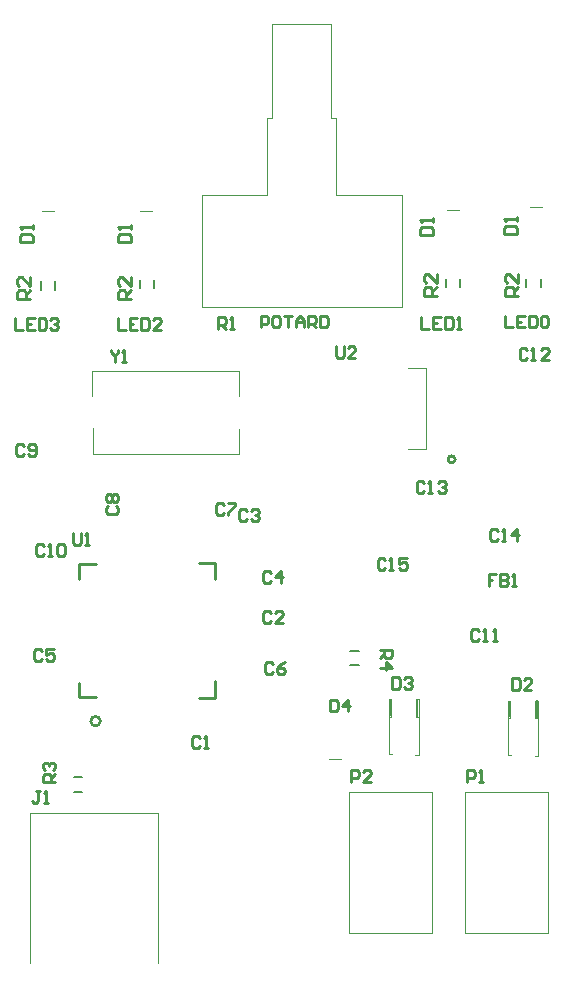
<source format=gto>
%FSLAX43Y43*%
%MOMM*%
G71*
G01*
G75*
G04 Layer_Color=65535*
%ADD10R,1.600X0.800*%
%ADD11R,0.800X1.600*%
%ADD12R,1.100X1.250*%
%ADD13R,2.000X1.250*%
%ADD14R,1.250X2.000*%
%ADD15R,1.500X0.300*%
%ADD16R,0.300X1.500*%
%ADD17R,2.000X1.200*%
%ADD18R,5.600X5.600*%
%ADD19R,5.500X2.000*%
%ADD20R,0.950X0.700*%
%ADD21R,1.680X1.520*%
%ADD22C,0.254*%
%ADD23C,0.900*%
%ADD24C,0.800*%
%ADD25C,0.750*%
%ADD26C,1.400*%
%ADD27R,1.500X1.500*%
%ADD28C,1.500*%
%ADD29C,2.000*%
%ADD30C,1.270*%
%ADD31C,1.000*%
%ADD32C,0.200*%
%ADD33C,0.100*%
%ADD34R,0.178X1.473*%
%ADD35R,0.203X1.499*%
D22*
X8525Y20575D02*
G03*
X8525Y20575I-400J0D01*
G01*
X38575Y42725D02*
G03*
X38575Y42725I-300J0D01*
G01*
X6750Y22575D02*
Y23825D01*
Y22575D02*
X8125D01*
X6750Y32575D02*
Y33900D01*
X8125D01*
X18250Y22500D02*
Y23950D01*
X16875Y22500D02*
X18250D01*
Y32575D02*
Y33950D01*
X16875D02*
X18250D01*
X32666Y34233D02*
X32500Y34400D01*
X32167D01*
X32000Y34233D01*
Y33567D01*
X32167Y33400D01*
X32500D01*
X32666Y33567D01*
X33000Y33400D02*
X33333D01*
X33166D01*
Y34400D01*
X33000Y34233D01*
X34499Y34400D02*
X33833D01*
Y33900D01*
X34166Y34066D01*
X34333D01*
X34499Y33900D01*
Y33567D01*
X34333Y33400D01*
X33999D01*
X33833Y33567D01*
X42166Y36633D02*
X42000Y36800D01*
X41667D01*
X41500Y36633D01*
Y35967D01*
X41667Y35800D01*
X42000D01*
X42166Y35967D01*
X42500Y35800D02*
X42833D01*
X42666D01*
Y36800D01*
X42500Y36633D01*
X43833Y35800D02*
Y36800D01*
X43333Y36300D01*
X43999D01*
X9400Y52000D02*
Y51833D01*
X9733Y51500D01*
X10066Y51833D01*
Y52000D01*
X9733Y51500D02*
Y51000D01*
X10400D02*
X10733D01*
X10566D01*
Y52000D01*
X10400Y51833D01*
X28464Y52304D02*
Y51471D01*
X28631Y51304D01*
X28964D01*
X29130Y51471D01*
Y52304D01*
X30130Y51304D02*
X29464D01*
X30130Y51971D01*
Y52137D01*
X29964Y52304D01*
X29630D01*
X29464Y52137D01*
X6198Y36509D02*
Y35676D01*
X6364Y35509D01*
X6697D01*
X6864Y35676D01*
Y36509D01*
X7197Y35509D02*
X7530D01*
X7364D01*
Y36509D01*
X7197Y36342D01*
X32200Y26600D02*
X33200D01*
Y26100D01*
X33033Y25934D01*
X32700D01*
X32533Y26100D01*
Y26600D01*
Y26267D02*
X32200Y25934D01*
Y25100D02*
X33200D01*
X32700Y25600D01*
Y24934D01*
X4700Y15400D02*
X3700D01*
Y15900D01*
X3867Y16066D01*
X4200D01*
X4367Y15900D01*
Y15400D01*
Y15733D02*
X4700Y16066D01*
X3867Y16400D02*
X3700Y16566D01*
Y16900D01*
X3867Y17066D01*
X4034D01*
X4200Y16900D01*
Y16733D01*
Y16900D01*
X4367Y17066D01*
X4533D01*
X4700Y16900D01*
Y16566D01*
X4533Y16400D01*
X2600Y56300D02*
X1500D01*
Y56850D01*
X1684Y57033D01*
X2050D01*
X2233Y56850D01*
Y56300D01*
Y56667D02*
X2600Y57033D01*
Y58133D02*
Y57400D01*
X1867Y58133D01*
X1684D01*
X1500Y57949D01*
Y57583D01*
X1684Y57400D01*
X11100Y56300D02*
X10000D01*
Y56850D01*
X10184Y57033D01*
X10550D01*
X10733Y56850D01*
Y56300D01*
Y56667D02*
X11100Y57033D01*
Y58133D02*
Y57400D01*
X10367Y58133D01*
X10184D01*
X10000Y57949D01*
Y57583D01*
X10184Y57400D01*
X37000Y56600D02*
X35900D01*
Y57150D01*
X36084Y57333D01*
X36450D01*
X36633Y57150D01*
Y56600D01*
Y56967D02*
X37000Y57333D01*
Y58433D02*
Y57700D01*
X36267Y58433D01*
X36084D01*
X35900Y58249D01*
Y57883D01*
X36084Y57700D01*
X43900Y56600D02*
X42800D01*
Y57150D01*
X42984Y57333D01*
X43350D01*
X43533Y57150D01*
Y56600D01*
Y56967D02*
X43900Y57333D01*
Y58433D02*
Y57700D01*
X43167Y58433D01*
X42984D01*
X42800Y58249D01*
Y57883D01*
X42984Y57700D01*
X18500Y53800D02*
Y54800D01*
X19000D01*
X19166Y54633D01*
Y54300D01*
X19000Y54133D01*
X18500D01*
X18833D02*
X19166Y53800D01*
X19500D02*
X19833D01*
X19666D01*
Y54800D01*
X19500Y54633D01*
X29794Y15418D02*
Y16417D01*
X30294D01*
X30461Y16251D01*
Y15918D01*
X30294Y15751D01*
X29794D01*
X31460Y15418D02*
X30794D01*
X31460Y16084D01*
Y16251D01*
X31294Y16417D01*
X30960D01*
X30794Y16251D01*
X39599Y15418D02*
Y16417D01*
X40098D01*
X40265Y16251D01*
Y15918D01*
X40098Y15751D01*
X39599D01*
X40598Y15418D02*
X40931D01*
X40765D01*
Y16417D01*
X40598Y16251D01*
X3410Y14614D02*
X3076D01*
X3243D01*
Y13781D01*
X3076Y13614D01*
X2910D01*
X2743Y13781D01*
X3743Y13614D02*
X4076D01*
X3909D01*
Y14614D01*
X3743Y14447D01*
X42066Y33000D02*
X41400D01*
Y32500D01*
X41733D01*
X41400D01*
Y32000D01*
X42400Y33000D02*
Y32000D01*
X42900D01*
X43066Y32167D01*
Y32333D01*
X42900Y32500D01*
X42400D01*
X42900D01*
X43066Y32666D01*
Y32833D01*
X42900Y33000D01*
X42400D01*
X43399Y32000D02*
X43733D01*
X43566D01*
Y33000D01*
X43399Y32833D01*
X28005Y22390D02*
Y21390D01*
X28505D01*
X28672Y21557D01*
Y22223D01*
X28505Y22390D01*
X28005D01*
X29505Y21390D02*
Y22390D01*
X29005Y21890D01*
X29672D01*
X33266Y24325D02*
Y23325D01*
X33766D01*
X33933Y23492D01*
Y24158D01*
X33766Y24325D01*
X33266D01*
X34266Y24158D02*
X34432Y24325D01*
X34766D01*
X34932Y24158D01*
Y23991D01*
X34766Y23825D01*
X34599D01*
X34766D01*
X34932Y23658D01*
Y23492D01*
X34766Y23325D01*
X34432D01*
X34266Y23492D01*
X43369Y24223D02*
Y23223D01*
X43869D01*
X44035Y23390D01*
Y24056D01*
X43869Y24223D01*
X43369D01*
X45035Y23223D02*
X44369D01*
X45035Y23890D01*
Y24056D01*
X44869Y24223D01*
X44535D01*
X44369Y24056D01*
X1700Y61100D02*
X2800D01*
Y61650D01*
X2617Y61833D01*
X1884D01*
X1700Y61650D01*
Y61100D01*
X2800Y62200D02*
Y62566D01*
Y62383D01*
X1700D01*
X1884Y62200D01*
X10000Y61100D02*
X11100D01*
Y61650D01*
X10917Y61833D01*
X10184D01*
X10000Y61650D01*
Y61100D01*
X11100Y62200D02*
Y62566D01*
Y62383D01*
X10000D01*
X10184Y62200D01*
X35600Y61700D02*
X36700D01*
Y62250D01*
X36517Y62433D01*
X35784D01*
X35600Y62250D01*
Y61700D01*
X36700Y62800D02*
Y63166D01*
Y62983D01*
X35600D01*
X35784Y62800D01*
X42700Y61800D02*
X43800D01*
Y62350D01*
X43617Y62533D01*
X42884D01*
X42700Y62350D01*
Y61800D01*
X43800Y62900D02*
Y63266D01*
Y63083D01*
X42700D01*
X42884Y62900D01*
X35966Y40733D02*
X35800Y40900D01*
X35467D01*
X35300Y40733D01*
Y40067D01*
X35467Y39900D01*
X35800D01*
X35966Y40067D01*
X36300Y39900D02*
X36633D01*
X36466D01*
Y40900D01*
X36300Y40733D01*
X37133D02*
X37299Y40900D01*
X37633D01*
X37799Y40733D01*
Y40566D01*
X37633Y40400D01*
X37466D01*
X37633D01*
X37799Y40233D01*
Y40067D01*
X37633Y39900D01*
X37299D01*
X37133Y40067D01*
X44688Y52006D02*
X44521Y52172D01*
X44188D01*
X44021Y52006D01*
Y51339D01*
X44188Y51173D01*
X44521D01*
X44688Y51339D01*
X45021Y51173D02*
X45354D01*
X45188D01*
Y52172D01*
X45021Y52006D01*
X46521Y51173D02*
X45854D01*
X46521Y51839D01*
Y52006D01*
X46354Y52172D01*
X46021D01*
X45854Y52006D01*
X40602Y28195D02*
X40435Y28362D01*
X40102D01*
X39935Y28195D01*
Y27529D01*
X40102Y27362D01*
X40435D01*
X40602Y27529D01*
X40935Y27362D02*
X41268D01*
X41101D01*
Y28362D01*
X40935Y28195D01*
X41768Y27362D02*
X42101D01*
X41935D01*
Y28362D01*
X41768Y28195D01*
X3730Y35391D02*
X3564Y35558D01*
X3231D01*
X3064Y35391D01*
Y34725D01*
X3231Y34558D01*
X3564D01*
X3730Y34725D01*
X4064Y34558D02*
X4397D01*
X4230D01*
Y35558D01*
X4064Y35391D01*
X4897D02*
X5063Y35558D01*
X5397D01*
X5563Y35391D01*
Y34725D01*
X5397Y34558D01*
X5063D01*
X4897Y34725D01*
Y35391D01*
X2066Y43833D02*
X1900Y44000D01*
X1567D01*
X1400Y43833D01*
Y43167D01*
X1567Y43000D01*
X1900D01*
X2066Y43167D01*
X2400D02*
X2566Y43000D01*
X2900D01*
X3066Y43167D01*
Y43833D01*
X2900Y44000D01*
X2566D01*
X2400Y43833D01*
Y43666D01*
X2566Y43500D01*
X3066D01*
X9167Y38766D02*
X9000Y38600D01*
Y38267D01*
X9167Y38100D01*
X9833D01*
X10000Y38267D01*
Y38600D01*
X9833Y38766D01*
X9167Y39100D02*
X9000Y39266D01*
Y39600D01*
X9167Y39766D01*
X9334D01*
X9500Y39600D01*
X9667Y39766D01*
X9833D01*
X10000Y39600D01*
Y39266D01*
X9833Y39100D01*
X9667D01*
X9500Y39266D01*
X9334Y39100D01*
X9167D01*
X9500Y39266D02*
Y39600D01*
X18966Y38833D02*
X18800Y39000D01*
X18467D01*
X18300Y38833D01*
Y38167D01*
X18467Y38000D01*
X18800D01*
X18966Y38167D01*
X19300Y39000D02*
X19966D01*
Y38833D01*
X19300Y38167D01*
Y38000D01*
X23166Y25433D02*
X23000Y25600D01*
X22667D01*
X22500Y25433D01*
Y24767D01*
X22667Y24600D01*
X23000D01*
X23166Y24767D01*
X24166Y25600D02*
X23833Y25433D01*
X23500Y25100D01*
Y24767D01*
X23666Y24600D01*
X24000D01*
X24166Y24767D01*
Y24933D01*
X24000Y25100D01*
X23500D01*
X3566Y26533D02*
X3400Y26700D01*
X3067D01*
X2900Y26533D01*
Y25867D01*
X3067Y25700D01*
X3400D01*
X3566Y25867D01*
X4566Y26700D02*
X3900D01*
Y26200D01*
X4233Y26366D01*
X4400D01*
X4566Y26200D01*
Y25867D01*
X4400Y25700D01*
X4066D01*
X3900Y25867D01*
X22966Y33133D02*
X22800Y33300D01*
X22467D01*
X22300Y33133D01*
Y32467D01*
X22467Y32300D01*
X22800D01*
X22966Y32467D01*
X23800Y32300D02*
Y33300D01*
X23300Y32800D01*
X23966D01*
X20966Y38333D02*
X20800Y38500D01*
X20467D01*
X20300Y38333D01*
Y37667D01*
X20467Y37500D01*
X20800D01*
X20966Y37667D01*
X21300Y38333D02*
X21466Y38500D01*
X21800D01*
X21966Y38333D01*
Y38166D01*
X21800Y38000D01*
X21633D01*
X21800D01*
X21966Y37833D01*
Y37667D01*
X21800Y37500D01*
X21466D01*
X21300Y37667D01*
X22966Y29733D02*
X22800Y29900D01*
X22467D01*
X22300Y29733D01*
Y29067D01*
X22467Y28900D01*
X22800D01*
X22966Y29067D01*
X23966Y28900D02*
X23300D01*
X23966Y29566D01*
Y29733D01*
X23800Y29900D01*
X23466D01*
X23300Y29733D01*
X16966Y19133D02*
X16800Y19300D01*
X16467D01*
X16300Y19133D01*
Y18467D01*
X16467Y18300D01*
X16800D01*
X16966Y18467D01*
X17300Y18300D02*
X17633D01*
X17466D01*
Y19300D01*
X17300Y19133D01*
X42800Y54900D02*
Y53900D01*
X43466D01*
X44466Y54900D02*
X43800D01*
Y53900D01*
X44466D01*
X43800Y54400D02*
X44133D01*
X44799Y54900D02*
Y53900D01*
X45299D01*
X45466Y54067D01*
Y54733D01*
X45299Y54900D01*
X44799D01*
X45799Y54733D02*
X45966Y54900D01*
X46299D01*
X46465Y54733D01*
Y54067D01*
X46299Y53900D01*
X45966D01*
X45799Y54067D01*
Y54733D01*
X35700Y54800D02*
Y53800D01*
X36366D01*
X37366Y54800D02*
X36700D01*
Y53800D01*
X37366D01*
X36700Y54300D02*
X37033D01*
X37699Y54800D02*
Y53800D01*
X38199D01*
X38366Y53967D01*
Y54633D01*
X38199Y54800D01*
X37699D01*
X38699Y53800D02*
X39032D01*
X38866D01*
Y54800D01*
X38699Y54633D01*
X10000Y54700D02*
Y53700D01*
X10666D01*
X11666Y54700D02*
X11000D01*
Y53700D01*
X11666D01*
X11000Y54200D02*
X11333D01*
X11999Y54700D02*
Y53700D01*
X12499D01*
X12666Y53867D01*
Y54533D01*
X12499Y54700D01*
X11999D01*
X13665Y53700D02*
X12999D01*
X13665Y54366D01*
Y54533D01*
X13499Y54700D01*
X13166D01*
X12999Y54533D01*
X1300Y54700D02*
Y53700D01*
X1966D01*
X2966Y54700D02*
X2300D01*
Y53700D01*
X2966D01*
X2300Y54200D02*
X2633D01*
X3299Y54700D02*
Y53700D01*
X3799D01*
X3966Y53867D01*
Y54533D01*
X3799Y54700D01*
X3299D01*
X4299Y54533D02*
X4466Y54700D01*
X4799D01*
X4965Y54533D01*
Y54366D01*
X4799Y54200D01*
X4632D01*
X4799D01*
X4965Y54033D01*
Y53867D01*
X4799Y53700D01*
X4466D01*
X4299Y53867D01*
X22100Y53900D02*
Y54900D01*
X22600D01*
X22766Y54733D01*
Y54400D01*
X22600Y54233D01*
X22100D01*
X23600Y54900D02*
X23266D01*
X23100Y54733D01*
Y54067D01*
X23266Y53900D01*
X23600D01*
X23766Y54067D01*
Y54733D01*
X23600Y54900D01*
X24099D02*
X24766D01*
X24433D01*
Y53900D01*
X25099D02*
Y54566D01*
X25432Y54900D01*
X25765Y54566D01*
Y53900D01*
Y54400D01*
X25099D01*
X26099Y53900D02*
Y54900D01*
X26599D01*
X26765Y54733D01*
Y54400D01*
X26599Y54233D01*
X26099D01*
X26432D02*
X26765Y53900D01*
X27098Y54900D02*
Y53900D01*
X27598D01*
X27765Y54067D01*
Y54733D01*
X27598Y54900D01*
X27098D01*
D32*
X44600Y57300D02*
Y58000D01*
X45800Y57300D02*
Y58000D01*
X3500Y57100D02*
Y57800D01*
X4700Y57100D02*
Y57800D01*
X11900Y57200D02*
Y57900D01*
X13100Y57200D02*
Y57900D01*
X37800Y57300D02*
Y58000D01*
X39000Y57300D02*
Y58000D01*
X29700Y25300D02*
X30400D01*
X29700Y26500D02*
X30400D01*
X6300Y14600D02*
X7000D01*
X6300Y15800D02*
X7000D01*
D33*
X44892Y64140D02*
X45908D01*
X3592Y63740D02*
X4608D01*
X11892D02*
X12908D01*
X37892Y63840D02*
X38908D01*
X27892Y17360D02*
X28908D01*
X13387Y100D02*
Y12794D01*
X2541Y100D02*
Y12794D01*
X13387D01*
X39400Y14600D02*
X46400D01*
Y2600D02*
Y14600D01*
X39400Y2600D02*
X46400D01*
X39400D02*
Y14600D01*
X29600D02*
X36600D01*
Y2600D02*
Y14600D01*
X29600Y2600D02*
X36600D01*
X29600D02*
Y14600D01*
X34600Y50500D02*
X36100D01*
Y43600D02*
Y50500D01*
X34600Y43600D02*
X36100D01*
X17100Y55600D02*
X34100D01*
X17100D02*
Y65100D01*
X34100Y55600D02*
Y65100D01*
X17100D02*
X22600D01*
X22603Y65103D01*
X22600Y65100D02*
Y71600D01*
X28496Y65100D02*
X34100D01*
X28496D02*
Y71600D01*
X22600D02*
X23100D01*
X28100D02*
X28496D01*
X23100D02*
Y79600D01*
X28100Y71600D02*
Y79600D01*
X23100D02*
X28100D01*
X7900Y43200D02*
X20300D01*
X7900D02*
Y45400D01*
X20300Y43200D02*
Y45300D01*
X7800Y50200D02*
X20300D01*
Y48075D02*
Y50200D01*
X7800Y48075D02*
Y50200D01*
X43055Y20838D02*
X43233D01*
Y22311D01*
X43055D02*
X43233D01*
X43055Y17663D02*
Y22311D01*
Y17663D02*
X43309D01*
X45367Y20813D02*
X45570D01*
X45367D02*
Y22311D01*
X45570D01*
Y17638D02*
Y22311D01*
X45291Y17638D02*
X45570D01*
X35191Y17738D02*
X35470D01*
Y22411D01*
X35267D02*
X35470D01*
X35267Y20913D02*
Y22411D01*
Y20913D02*
X35470D01*
X32955Y17763D02*
X33209D01*
X32955D02*
Y22411D01*
X33133D01*
Y20938D02*
Y22411D01*
X32955Y20938D02*
X33133D01*
D34*
X43144Y21575D02*
D03*
X33044Y21675D02*
D03*
D35*
X45468Y21562D02*
D03*
X35368Y21662D02*
D03*
M02*

</source>
